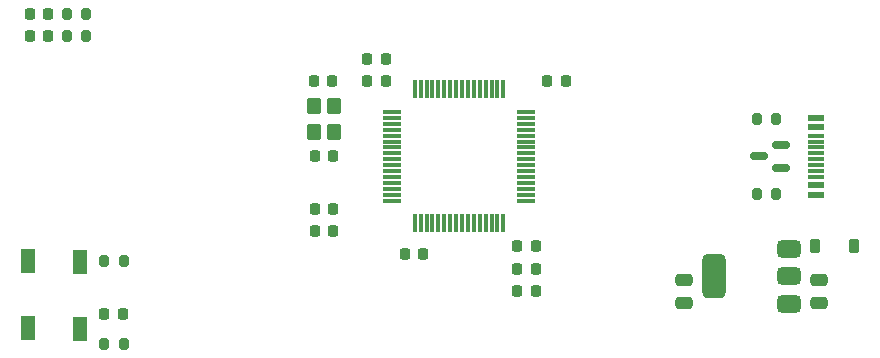
<source format=gbr>
G04 #@! TF.GenerationSoftware,KiCad,Pcbnew,9.0.2+dfsg-1*
G04 #@! TF.CreationDate,2025-05-30T20:00:10+08:00*
G04 #@! TF.ProjectId,mcustm32f402,6d637573-746d-4333-9266-3430322e6b69,a*
G04 #@! TF.SameCoordinates,PX57cf3f8PY8841978*
G04 #@! TF.FileFunction,Paste,Top*
G04 #@! TF.FilePolarity,Positive*
%FSLAX46Y46*%
G04 Gerber Fmt 4.6, Leading zero omitted, Abs format (unit mm)*
G04 Created by KiCad (PCBNEW 9.0.2+dfsg-1) date 2025-05-30 20:00:10*
%MOMM*%
%LPD*%
G01*
G04 APERTURE LIST*
G04 Aperture macros list*
%AMRoundRect*
0 Rectangle with rounded corners*
0 $1 Rounding radius*
0 $2 $3 $4 $5 $6 $7 $8 $9 X,Y pos of 4 corners*
0 Add a 4 corners polygon primitive as box body*
4,1,4,$2,$3,$4,$5,$6,$7,$8,$9,$2,$3,0*
0 Add four circle primitives for the rounded corners*
1,1,$1+$1,$2,$3*
1,1,$1+$1,$4,$5*
1,1,$1+$1,$6,$7*
1,1,$1+$1,$8,$9*
0 Add four rect primitives between the rounded corners*
20,1,$1+$1,$2,$3,$4,$5,0*
20,1,$1+$1,$4,$5,$6,$7,0*
20,1,$1+$1,$6,$7,$8,$9,0*
20,1,$1+$1,$8,$9,$2,$3,0*%
G04 Aperture macros list end*
%ADD10RoundRect,0.225000X-0.225000X-0.375000X0.225000X-0.375000X0.225000X0.375000X-0.225000X0.375000X0*%
%ADD11R,1.450000X0.600000*%
%ADD12R,1.450000X0.300000*%
%ADD13RoundRect,0.225000X0.225000X0.250000X-0.225000X0.250000X-0.225000X-0.250000X0.225000X-0.250000X0*%
%ADD14RoundRect,0.225000X-0.225000X-0.250000X0.225000X-0.250000X0.225000X0.250000X-0.225000X0.250000X0*%
%ADD15RoundRect,0.375000X0.625000X0.375000X-0.625000X0.375000X-0.625000X-0.375000X0.625000X-0.375000X0*%
%ADD16RoundRect,0.500000X0.500000X1.400000X-0.500000X1.400000X-0.500000X-1.400000X0.500000X-1.400000X0*%
%ADD17RoundRect,0.250000X-0.475000X0.250000X-0.475000X-0.250000X0.475000X-0.250000X0.475000X0.250000X0*%
%ADD18RoundRect,0.218750X0.218750X0.256250X-0.218750X0.256250X-0.218750X-0.256250X0.218750X-0.256250X0*%
%ADD19RoundRect,0.200000X-0.200000X-0.275000X0.200000X-0.275000X0.200000X0.275000X-0.200000X0.275000X0*%
%ADD20RoundRect,0.200000X0.200000X0.275000X-0.200000X0.275000X-0.200000X-0.275000X0.200000X-0.275000X0*%
%ADD21RoundRect,0.250000X-0.350000X0.450000X-0.350000X-0.450000X0.350000X-0.450000X0.350000X0.450000X0*%
%ADD22RoundRect,0.218750X-0.218750X-0.256250X0.218750X-0.256250X0.218750X0.256250X-0.218750X0.256250X0*%
%ADD23R,1.200000X2.000000*%
%ADD24RoundRect,0.075000X-0.700000X-0.075000X0.700000X-0.075000X0.700000X0.075000X-0.700000X0.075000X0*%
%ADD25RoundRect,0.075000X-0.075000X-0.700000X0.075000X-0.700000X0.075000X0.700000X-0.075000X0.700000X0*%
%ADD26RoundRect,0.150000X0.587500X0.150000X-0.587500X0.150000X-0.587500X-0.150000X0.587500X-0.150000X0*%
G04 APERTURE END LIST*
D10*
G04 #@! TO.C,D2*
X90425000Y33655000D03*
X93725000Y33655000D03*
G04 #@! TD*
D11*
G04 #@! TO.C,J1*
X90570000Y38025000D03*
X90570000Y38825000D03*
D12*
X90570000Y40025000D03*
X90570000Y41025000D03*
X90570000Y41525000D03*
X90570000Y42525000D03*
D11*
X90570000Y43725000D03*
X90570000Y44525000D03*
X90570000Y44525000D03*
X90570000Y43725000D03*
D12*
X90570000Y43025000D03*
X90570000Y42025000D03*
X90570000Y40525000D03*
X90570000Y39525000D03*
D11*
X90570000Y38825000D03*
X90570000Y38025000D03*
G04 #@! TD*
D13*
G04 #@! TO.C,C5*
X54115000Y49530000D03*
X52565000Y49530000D03*
G04 #@! TD*
D14*
G04 #@! TO.C,C7*
X67805000Y47625000D03*
X69355000Y47625000D03*
G04 #@! TD*
G04 #@! TO.C,C8*
X65265000Y33655000D03*
X66815000Y33655000D03*
G04 #@! TD*
D13*
G04 #@! TO.C,C10*
X57290000Y33020000D03*
X55740000Y33020000D03*
G04 #@! TD*
D15*
G04 #@! TO.C,U1*
X88240000Y28815000D03*
X88240000Y31115000D03*
D16*
X81940000Y31115000D03*
D15*
X88240000Y33415000D03*
G04 #@! TD*
D17*
G04 #@! TO.C,C1*
X90805000Y30795000D03*
X90805000Y28895000D03*
G04 #@! TD*
D14*
G04 #@! TO.C,C6*
X30300000Y27940000D03*
X31850000Y27940000D03*
G04 #@! TD*
D18*
G04 #@! TO.C,D3*
X25552500Y53340000D03*
X23977500Y53340000D03*
G04 #@! TD*
G04 #@! TO.C,D4*
X25552500Y51435000D03*
X23977500Y51435000D03*
G04 #@! TD*
D19*
G04 #@! TO.C,R1*
X85535000Y38100000D03*
X87185000Y38100000D03*
G04 #@! TD*
G04 #@! TO.C,R2*
X85535000Y44450000D03*
X87185000Y44450000D03*
G04 #@! TD*
G04 #@! TO.C,R5*
X27115000Y53340000D03*
X28765000Y53340000D03*
G04 #@! TD*
G04 #@! TO.C,R6*
X27115000Y51435000D03*
X28765000Y51435000D03*
G04 #@! TD*
D14*
G04 #@! TO.C,C11*
X48050000Y47625000D03*
X49600000Y47625000D03*
G04 #@! TD*
D13*
G04 #@! TO.C,C13*
X49670000Y41275000D03*
X48120000Y41275000D03*
G04 #@! TD*
D14*
G04 #@! TO.C,C4*
X65265000Y31750000D03*
X66815000Y31750000D03*
G04 #@! TD*
G04 #@! TO.C,C14*
X65265000Y29845000D03*
X66815000Y29845000D03*
G04 #@! TD*
D20*
G04 #@! TO.C,R3*
X31940000Y25400000D03*
X30290000Y25400000D03*
G04 #@! TD*
D19*
G04 #@! TO.C,R4*
X30290000Y32385000D03*
X31940000Y32385000D03*
G04 #@! TD*
D21*
G04 #@! TO.C,Y1*
X48045000Y45550000D03*
X48045000Y43350000D03*
X49745000Y43350000D03*
X49745000Y45550000D03*
G04 #@! TD*
D17*
G04 #@! TO.C,C3*
X79375000Y30795000D03*
X79375000Y28895000D03*
G04 #@! TD*
D13*
G04 #@! TO.C,C9*
X49670000Y36830000D03*
X48120000Y36830000D03*
G04 #@! TD*
D22*
G04 #@! TO.C,FB1*
X48107500Y34925000D03*
X49682500Y34925000D03*
G04 #@! TD*
D23*
G04 #@! TO.C,SW1*
X23835000Y26720000D03*
X28235000Y26670000D03*
G04 #@! TD*
G04 #@! TO.C,SW2*
X28235000Y32335000D03*
X23835000Y32385000D03*
G04 #@! TD*
D13*
G04 #@! TO.C,C2*
X54115000Y47625000D03*
X52565000Y47625000D03*
G04 #@! TD*
D24*
G04 #@! TO.C,U2*
X54650000Y45025000D03*
X54650000Y44525000D03*
X54650000Y44025000D03*
X54650000Y43525000D03*
X54650000Y43025000D03*
X54650000Y42525000D03*
X54650000Y42025000D03*
X54650000Y41525000D03*
X54650000Y41025000D03*
X54650000Y40525000D03*
X54650000Y40025000D03*
X54650000Y39525000D03*
X54650000Y39025000D03*
X54650000Y38525000D03*
X54650000Y38025000D03*
X54650000Y37525000D03*
D25*
X56575000Y35600000D03*
X57075000Y35600000D03*
X57575000Y35600000D03*
X58075000Y35600000D03*
X58575000Y35600000D03*
X59075000Y35600000D03*
X59575000Y35600000D03*
X60075000Y35600000D03*
X60575000Y35600000D03*
X61075000Y35600000D03*
X61575000Y35600000D03*
X62075000Y35600000D03*
X62575000Y35600000D03*
X63075000Y35600000D03*
X63575000Y35600000D03*
X64075000Y35600000D03*
D24*
X66000000Y37525000D03*
X66000000Y38025000D03*
X66000000Y38525000D03*
X66000000Y39025000D03*
X66000000Y39525000D03*
X66000000Y40025000D03*
X66000000Y40525000D03*
X66000000Y41025000D03*
X66000000Y41525000D03*
X66000000Y42025000D03*
X66000000Y42525000D03*
X66000000Y43025000D03*
X66000000Y43525000D03*
X66000000Y44025000D03*
X66000000Y44525000D03*
X66000000Y45025000D03*
D25*
X64075000Y46950000D03*
X63575000Y46950000D03*
X63075000Y46950000D03*
X62575000Y46950000D03*
X62075000Y46950000D03*
X61575000Y46950000D03*
X61075000Y46950000D03*
X60575000Y46950000D03*
X60075000Y46950000D03*
X59575000Y46950000D03*
X59075000Y46950000D03*
X58575000Y46950000D03*
X58075000Y46950000D03*
X57575000Y46950000D03*
X57075000Y46950000D03*
X56575000Y46950000D03*
G04 #@! TD*
D26*
G04 #@! TO.C,D1*
X87600000Y40325000D03*
X87600000Y42225000D03*
X85725000Y41275000D03*
G04 #@! TD*
M02*

</source>
